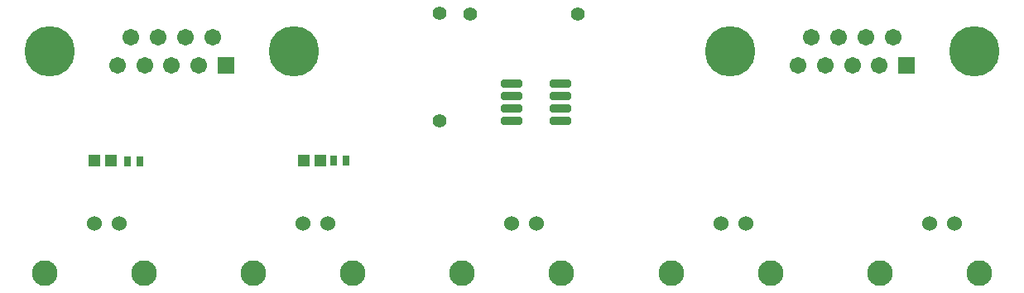
<source format=gbr>
G04*
G04 #@! TF.GenerationSoftware,Altium Limited,Altium Designer,22.11.1 (43)*
G04*
G04 Layer_Color=8388736*
%FSLAX25Y25*%
%MOIN*%
G70*
G04*
G04 #@! TF.SameCoordinates,2508BC3E-BDE3-465E-931E-0E6F767F2DAF*
G04*
G04*
G04 #@! TF.FilePolarity,Negative*
G04*
G01*
G75*
%ADD18R,0.05131X0.04737*%
%ADD19R,0.03162X0.03950*%
G04:AMPARAMS|DCode=20|XSize=85.56mil|YSize=31.23mil|CornerRadius=6.9mil|HoleSize=0mil|Usage=FLASHONLY|Rotation=0.000|XOffset=0mil|YOffset=0mil|HoleType=Round|Shape=RoundedRectangle|*
%AMROUNDEDRECTD20*
21,1,0.08556,0.01742,0,0,0.0*
21,1,0.07175,0.03123,0,0,0.0*
1,1,0.01381,0.03588,-0.00871*
1,1,0.01381,-0.03588,-0.00871*
1,1,0.01381,-0.03588,0.00871*
1,1,0.01381,0.03588,0.00871*
%
%ADD20ROUNDEDRECTD20*%
%ADD21C,0.06000*%
%ADD22C,0.10300*%
%ADD23C,0.06706*%
%ADD24R,0.06706X0.06706*%
%ADD25C,0.20288*%
%ADD26C,0.05524*%
D18*
X148153Y274268D02*
D03*
X154847D02*
D03*
X232307Y274500D02*
D03*
X239000D02*
D03*
D19*
X249559D02*
D03*
X244441D02*
D03*
X166559Y274163D02*
D03*
X161441D02*
D03*
D20*
X316256Y305500D02*
D03*
Y300500D02*
D03*
Y295500D02*
D03*
Y290500D02*
D03*
X335744D02*
D03*
Y295500D02*
D03*
Y300500D02*
D03*
Y305500D02*
D03*
D21*
X232197Y249000D02*
D03*
X242197D02*
D03*
X400399D02*
D03*
X410399D02*
D03*
X316298D02*
D03*
X326298D02*
D03*
X148096D02*
D03*
X158096D02*
D03*
X484500D02*
D03*
X494500D02*
D03*
D22*
X252197Y229000D02*
D03*
X212197D02*
D03*
X420399D02*
D03*
X380399D02*
D03*
X336298D02*
D03*
X296298D02*
D03*
X168096D02*
D03*
X128096D02*
D03*
X504500D02*
D03*
X464500D02*
D03*
D23*
X469665Y324000D02*
D03*
X458759D02*
D03*
X447854D02*
D03*
X436948D02*
D03*
X431496Y312819D02*
D03*
X442401D02*
D03*
X453307D02*
D03*
X464212D02*
D03*
X195648Y324000D02*
D03*
X184742D02*
D03*
X173837D02*
D03*
X162931D02*
D03*
X157478Y312819D02*
D03*
X168384D02*
D03*
X179289D02*
D03*
X190195D02*
D03*
D24*
X475118D02*
D03*
X201100D02*
D03*
D25*
X502500Y318409D02*
D03*
X404114D02*
D03*
X228482D02*
D03*
X130096D02*
D03*
D26*
X287000Y290347D02*
D03*
Y333653D02*
D03*
X299346Y333500D02*
D03*
X342653D02*
D03*
M02*

</source>
